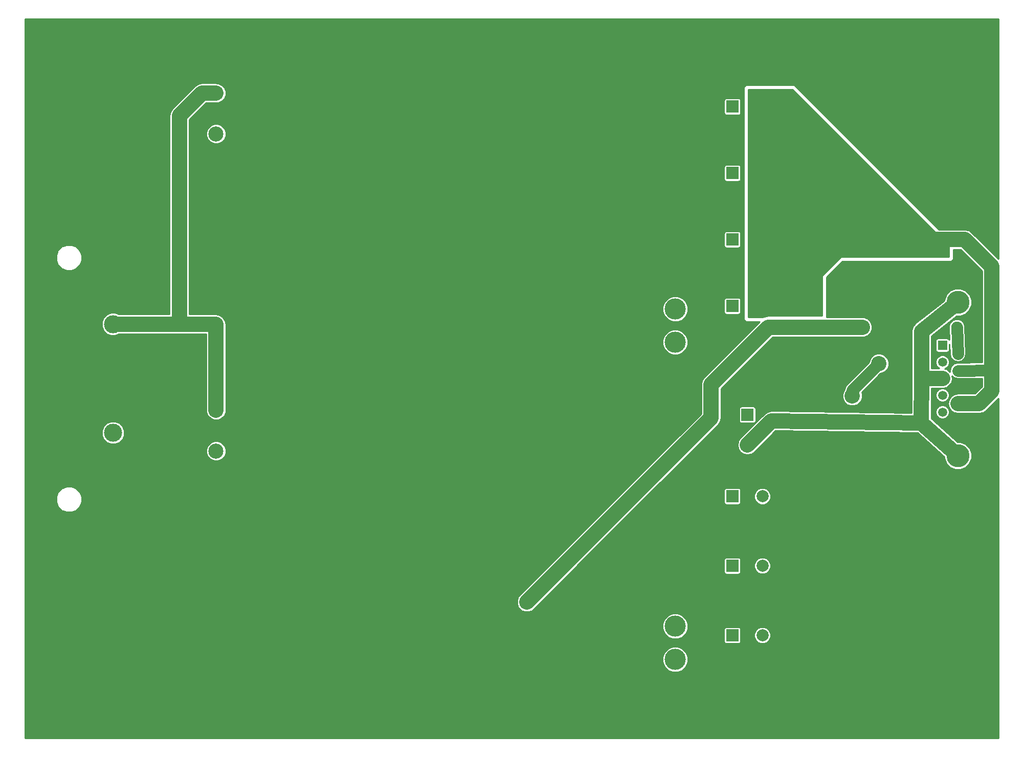
<source format=gtl>
G04 #@! TF.FileFunction,Copper,L1,Top,Signal*
%FSLAX46Y46*%
G04 Gerber Fmt 4.6, Leading zero omitted, Abs format (unit mm)*
G04 Created by KiCad (PCBNEW 4.0.7) date 08/06/18 18:31:33*
%MOMM*%
%LPD*%
G01*
G04 APERTURE LIST*
%ADD10C,0.150000*%
%ADD11C,3.500000*%
%ADD12C,2.500000*%
%ADD13R,2.000000X2.000000*%
%ADD14C,2.000000*%
%ADD15C,3.000000*%
%ADD16C,3.810000*%
%ADD17R,1.520000X1.520000*%
%ADD18C,1.520000*%
%ADD19C,1.905000*%
%ADD20C,2.540000*%
%ADD21C,0.600000*%
%ADD22C,2.540000*%
%ADD23C,1.905000*%
%ADD24C,0.254000*%
G04 APERTURE END LIST*
D10*
D11*
X108060000Y-54000000D03*
D12*
X32060000Y-12750000D03*
X32060000Y-19500000D03*
D11*
X108060000Y-48500000D03*
D13*
X117500000Y-102500000D03*
D14*
X122500000Y-102500000D03*
D13*
X117500000Y-48000000D03*
D14*
X122500000Y-48000000D03*
D13*
X117500000Y-91000000D03*
D14*
X122500000Y-91000000D03*
D13*
X117500000Y-37000000D03*
D14*
X122500000Y-37000000D03*
D13*
X117500000Y-79500000D03*
D14*
X122500000Y-79500000D03*
D13*
X117500000Y-26000000D03*
D14*
X122500000Y-26000000D03*
D13*
X120000000Y-66000000D03*
D14*
X120000000Y-71000000D03*
D13*
X117500000Y-15000000D03*
D14*
X122500000Y-15000000D03*
D11*
X108060000Y-106500000D03*
D12*
X32060000Y-65250000D03*
X32060000Y-72000000D03*
D11*
X108060000Y-101000000D03*
D15*
X15000000Y-69000000D03*
X15000000Y-51000000D03*
X15000000Y-60000000D03*
D16*
X154840000Y-72790000D03*
X154840000Y-47390000D03*
D17*
X152300000Y-54500000D03*
D18*
X152300000Y-57290000D03*
X152300000Y-59960000D03*
X152300000Y-62760000D03*
X152300000Y-65550000D03*
X154840000Y-55900000D03*
X154840000Y-58690000D03*
X154840000Y-61360000D03*
X154840000Y-64150000D03*
D19*
X154680000Y-51500000D03*
D20*
X83500000Y-97000000D03*
X139000000Y-51500000D03*
X137380000Y-62880000D03*
X141770000Y-57530000D03*
X157540000Y-53570000D03*
X158460000Y-68330000D03*
D21*
X153670000Y-118745000D03*
X140970000Y-118745000D03*
X128270000Y-118745000D03*
X115570000Y-118745000D03*
X102870000Y-118745000D03*
X90170000Y-118745000D03*
X77470000Y-118745000D03*
X64770000Y-118745000D03*
X52070000Y-118745000D03*
X39370000Y-118745000D03*
X26670000Y-118745000D03*
X13970000Y-118745000D03*
X1270000Y-118745000D03*
X153670000Y-1270000D03*
X140970000Y-1270000D03*
X128270000Y-1270000D03*
X115570000Y-1270000D03*
X102870000Y-1270000D03*
X90170000Y-1270000D03*
X77470000Y-1270000D03*
X64770000Y-1270000D03*
X52070000Y-1270000D03*
X39370000Y-1270000D03*
X26670000Y-1270000D03*
X13970000Y-1270000D03*
X1270000Y-1270000D03*
D22*
X124000000Y-67000000D02*
X148810000Y-67350000D01*
X148810000Y-67350000D02*
X148830000Y-59960000D01*
X154840000Y-72790000D02*
X148810000Y-67350000D01*
X152300000Y-59960000D02*
X148830000Y-59960000D01*
X148830000Y-52190000D02*
X148830000Y-59960000D01*
X154840000Y-47390000D02*
X148830000Y-52190000D01*
X124000000Y-67000000D02*
X120000000Y-71000000D01*
X160500000Y-58610000D02*
X160500000Y-62000000D01*
X160500000Y-41500000D02*
X160500000Y-58610000D01*
D23*
X154840000Y-58690000D02*
X160500000Y-58610000D01*
D22*
X122500000Y-37000000D02*
X156000000Y-37000000D01*
X158350000Y-64150000D02*
X154840000Y-64150000D01*
X160500000Y-62000000D02*
X158350000Y-64150000D01*
X156000000Y-37000000D02*
X160500000Y-41500000D01*
D23*
X122500000Y-26000000D02*
X122500000Y-15000000D01*
X122500000Y-37000000D02*
X122500000Y-26000000D01*
X122500000Y-48000000D02*
X122500000Y-37000000D01*
X154840000Y-55900000D02*
X154680000Y-51500000D01*
D22*
X83500000Y-97000000D02*
X114000000Y-66500000D01*
X114000000Y-66500000D02*
X114000000Y-61000000D01*
X114000000Y-61000000D02*
X123500000Y-51500000D01*
X123500000Y-51500000D02*
X139000000Y-51500000D01*
D23*
X141770000Y-57530000D02*
X137380000Y-61920000D01*
X137380000Y-61920000D02*
X137380000Y-62880000D01*
D24*
X140970000Y-118745000D02*
X153670000Y-118745000D01*
X128270000Y-118745000D02*
X140970000Y-118745000D01*
X115570000Y-118745000D02*
X128270000Y-118745000D01*
X102870000Y-118745000D02*
X115570000Y-118745000D01*
X90170000Y-118745000D02*
X102870000Y-118745000D01*
X77470000Y-118745000D02*
X90170000Y-118745000D01*
X64770000Y-118745000D02*
X77470000Y-118745000D01*
X52070000Y-118745000D02*
X64770000Y-118745000D01*
X39370000Y-118745000D02*
X52070000Y-118745000D01*
X26670000Y-118745000D02*
X39370000Y-118745000D01*
X13970000Y-118745000D02*
X26670000Y-118745000D01*
X1270000Y-118745000D02*
X13970000Y-118745000D01*
X1905000Y-59690000D02*
X1270000Y-118745000D01*
X15000000Y-60000000D02*
X1905000Y-59690000D01*
X140970000Y-1270000D02*
X153670000Y-1270000D01*
X128270000Y-1270000D02*
X140970000Y-1270000D01*
X115570000Y-1270000D02*
X128270000Y-1270000D01*
X102870000Y-1270000D02*
X115570000Y-1270000D01*
X90170000Y-1270000D02*
X102870000Y-1270000D01*
X77470000Y-1270000D02*
X90170000Y-1270000D01*
X64770000Y-1270000D02*
X77470000Y-1270000D01*
X52070000Y-1270000D02*
X64770000Y-1270000D01*
X39370000Y-1270000D02*
X52070000Y-1270000D01*
X26670000Y-1270000D02*
X39370000Y-1270000D01*
X13970000Y-1270000D02*
X26670000Y-1270000D01*
X1270000Y-1270000D02*
X13970000Y-1270000D01*
X1270000Y-59690000D02*
X1270000Y-1270000D01*
X15000000Y-60000000D02*
X1270000Y-59690000D01*
D23*
X15000000Y-51000000D02*
X16000000Y-51000000D01*
D22*
X32060000Y-12750000D02*
X29750000Y-12750000D01*
X26000000Y-16500000D02*
X26000000Y-51000000D01*
X29750000Y-12750000D02*
X26000000Y-16500000D01*
X16000000Y-51000000D02*
X26000000Y-51000000D01*
X26000000Y-51000000D02*
X32000000Y-51000000D01*
X32060000Y-51060000D02*
X32060000Y-65250000D01*
X32000000Y-51000000D02*
X32060000Y-51060000D01*
D24*
G36*
X161544000Y-40209134D02*
X157167433Y-35832567D01*
X156631811Y-35474675D01*
X156000000Y-35349000D01*
X151747026Y-35349000D01*
X127949013Y-11550987D01*
X127747051Y-11415029D01*
X127500000Y-11365000D01*
X120000000Y-11365000D01*
X119769205Y-11408427D01*
X119557233Y-11544827D01*
X119415029Y-11752949D01*
X119365000Y-12000000D01*
X119365000Y-50000000D01*
X119408427Y-50230795D01*
X119544827Y-50442767D01*
X119752949Y-50584971D01*
X120000000Y-50635000D01*
X122030134Y-50635000D01*
X112832567Y-59832567D01*
X112474675Y-60368189D01*
X112363575Y-60926729D01*
X112349000Y-61000000D01*
X112349000Y-65816133D01*
X82333585Y-95831549D01*
X82101166Y-96063563D01*
X81849287Y-96670155D01*
X81848714Y-97326963D01*
X82099534Y-97933995D01*
X82563563Y-98398834D01*
X83170155Y-98650713D01*
X83826963Y-98651286D01*
X84433995Y-98400466D01*
X84898834Y-97936437D01*
X84899122Y-97935744D01*
X92834866Y-90000000D01*
X116111536Y-90000000D01*
X116111536Y-92000000D01*
X116138103Y-92141190D01*
X116221546Y-92270865D01*
X116348866Y-92357859D01*
X116500000Y-92388464D01*
X118500000Y-92388464D01*
X118641190Y-92361897D01*
X118770865Y-92278454D01*
X118857859Y-92151134D01*
X118888464Y-92000000D01*
X118888464Y-91273493D01*
X121118761Y-91273493D01*
X121328563Y-91781251D01*
X121716705Y-92170072D01*
X122224097Y-92380759D01*
X122773493Y-92381239D01*
X123281251Y-92171437D01*
X123670072Y-91783295D01*
X123880759Y-91275903D01*
X123881239Y-90726507D01*
X123671437Y-90218749D01*
X123283295Y-89829928D01*
X122775903Y-89619241D01*
X122226507Y-89618761D01*
X121718749Y-89828563D01*
X121329928Y-90216705D01*
X121119241Y-90724097D01*
X121118761Y-91273493D01*
X118888464Y-91273493D01*
X118888464Y-90000000D01*
X118861897Y-89858810D01*
X118778454Y-89729135D01*
X118651134Y-89642141D01*
X118500000Y-89611536D01*
X116500000Y-89611536D01*
X116358810Y-89638103D01*
X116229135Y-89721546D01*
X116142141Y-89848866D01*
X116111536Y-90000000D01*
X92834866Y-90000000D01*
X104334866Y-78500000D01*
X116111536Y-78500000D01*
X116111536Y-80500000D01*
X116138103Y-80641190D01*
X116221546Y-80770865D01*
X116348866Y-80857859D01*
X116500000Y-80888464D01*
X118500000Y-80888464D01*
X118641190Y-80861897D01*
X118770865Y-80778454D01*
X118857859Y-80651134D01*
X118888464Y-80500000D01*
X118888464Y-79773493D01*
X121118761Y-79773493D01*
X121328563Y-80281251D01*
X121716705Y-80670072D01*
X122224097Y-80880759D01*
X122773493Y-80881239D01*
X123281251Y-80671437D01*
X123670072Y-80283295D01*
X123880759Y-79775903D01*
X123881239Y-79226507D01*
X123671437Y-78718749D01*
X123283295Y-78329928D01*
X122775903Y-78119241D01*
X122226507Y-78118761D01*
X121718749Y-78328563D01*
X121329928Y-78716705D01*
X121119241Y-79224097D01*
X121118761Y-79773493D01*
X118888464Y-79773493D01*
X118888464Y-78500000D01*
X118861897Y-78358810D01*
X118778454Y-78229135D01*
X118651134Y-78142141D01*
X118500000Y-78111536D01*
X116500000Y-78111536D01*
X116358810Y-78138103D01*
X116229135Y-78221546D01*
X116142141Y-78348866D01*
X116111536Y-78500000D01*
X104334866Y-78500000D01*
X115167434Y-67667433D01*
X115525325Y-67131810D01*
X115651000Y-66500000D01*
X115651000Y-65000000D01*
X118611536Y-65000000D01*
X118611536Y-67000000D01*
X118638103Y-67141190D01*
X118721546Y-67270865D01*
X118848866Y-67357859D01*
X119000000Y-67388464D01*
X121000000Y-67388464D01*
X121141190Y-67361897D01*
X121270865Y-67278454D01*
X121357859Y-67151134D01*
X121388464Y-67000000D01*
X121388464Y-65000000D01*
X121361897Y-64858810D01*
X121278454Y-64729135D01*
X121151134Y-64642141D01*
X121000000Y-64611536D01*
X119000000Y-64611536D01*
X118858810Y-64638103D01*
X118729135Y-64721546D01*
X118642141Y-64848866D01*
X118611536Y-65000000D01*
X115651000Y-65000000D01*
X115651000Y-63206963D01*
X135728714Y-63206963D01*
X135979534Y-63813995D01*
X136443563Y-64278834D01*
X137050155Y-64530713D01*
X137706963Y-64531286D01*
X138313995Y-64280466D01*
X138778834Y-63816437D01*
X139030713Y-63209845D01*
X139031286Y-62553037D01*
X138914781Y-62271073D01*
X142004649Y-59181205D01*
X142096963Y-59181286D01*
X142703995Y-58930466D01*
X143168834Y-58466437D01*
X143420713Y-57859845D01*
X143421286Y-57203037D01*
X143170466Y-56596005D01*
X142706437Y-56131166D01*
X142099845Y-55879287D01*
X141443037Y-55878714D01*
X140836005Y-56129534D01*
X140371166Y-56593563D01*
X140119287Y-57200155D01*
X140119204Y-57294942D01*
X136437073Y-60977073D01*
X136148007Y-61409692D01*
X136056839Y-61868022D01*
X135981166Y-61943563D01*
X135729287Y-62550155D01*
X135728714Y-63206963D01*
X115651000Y-63206963D01*
X115651000Y-61683866D01*
X124183866Y-53151000D01*
X138999132Y-53151000D01*
X139326963Y-53151286D01*
X139933995Y-52900466D01*
X140398834Y-52436437D01*
X140650713Y-51829845D01*
X140651286Y-51173037D01*
X140400466Y-50566005D01*
X139936437Y-50101166D01*
X139329845Y-49849287D01*
X138673037Y-49848714D01*
X138672345Y-49849000D01*
X133135000Y-49849000D01*
X133135000Y-43263026D01*
X135763026Y-40635000D01*
X153500000Y-40635000D01*
X153730795Y-40591573D01*
X153942767Y-40455173D01*
X154084971Y-40247051D01*
X154135000Y-40000000D01*
X154135000Y-38651000D01*
X155316134Y-38651000D01*
X158849000Y-42183866D01*
X158849000Y-57299702D01*
X154821154Y-57356633D01*
X154312331Y-57465342D01*
X153883841Y-57760493D01*
X153600918Y-58197155D01*
X153506633Y-58708846D01*
X153551353Y-58918162D01*
X153467433Y-58792567D01*
X152931810Y-58434675D01*
X152652169Y-58379051D01*
X152945480Y-58257857D01*
X153266729Y-57937169D01*
X153440802Y-57517955D01*
X153441198Y-57064037D01*
X153267857Y-56644520D01*
X152947169Y-56323271D01*
X152527955Y-56149198D01*
X152074037Y-56148802D01*
X151654520Y-56322143D01*
X151333271Y-56642831D01*
X151159198Y-57062045D01*
X151158802Y-57515963D01*
X151332143Y-57935480D01*
X151652831Y-58256729D01*
X151778713Y-58309000D01*
X150481000Y-58309000D01*
X150481000Y-53740000D01*
X151151536Y-53740000D01*
X151151536Y-55260000D01*
X151178103Y-55401190D01*
X151261546Y-55530865D01*
X151388866Y-55617859D01*
X151540000Y-55648464D01*
X153060000Y-55648464D01*
X153201190Y-55621897D01*
X153330865Y-55538454D01*
X153417859Y-55411134D01*
X153448464Y-55260000D01*
X153448464Y-54328242D01*
X153507381Y-55948459D01*
X153627365Y-56454741D01*
X153931961Y-56876570D01*
X154374799Y-57149724D01*
X154888459Y-57232619D01*
X155394741Y-57112635D01*
X155816570Y-56808038D01*
X156089724Y-56365201D01*
X156172619Y-55851541D01*
X156013521Y-51476350D01*
X156013731Y-51235914D01*
X155811146Y-50745620D01*
X155436353Y-50370173D01*
X154946413Y-50166732D01*
X154415914Y-50166269D01*
X153925620Y-50368854D01*
X153550173Y-50743647D01*
X153346732Y-51233587D01*
X153346269Y-51764086D01*
X153356086Y-51787845D01*
X153421949Y-53599088D01*
X153421897Y-53598810D01*
X153338454Y-53469135D01*
X153211134Y-53382141D01*
X153060000Y-53351536D01*
X151540000Y-53351536D01*
X151398810Y-53378103D01*
X151269135Y-53461546D01*
X151182141Y-53588866D01*
X151151536Y-53740000D01*
X150481000Y-53740000D01*
X150481000Y-52984337D01*
X154623550Y-49675812D01*
X155292719Y-49676396D01*
X156133223Y-49329106D01*
X156776846Y-48686605D01*
X157125602Y-47846708D01*
X157126396Y-46937281D01*
X156779106Y-46096777D01*
X156136605Y-45453154D01*
X155296708Y-45104398D01*
X154387281Y-45103604D01*
X153546777Y-45450894D01*
X152903154Y-46093395D01*
X152554398Y-46933292D01*
X152554250Y-47102618D01*
X147799676Y-50899948D01*
X147739799Y-50970962D01*
X147662567Y-51022567D01*
X147533813Y-51215261D01*
X147384424Y-51392436D01*
X147356281Y-51480956D01*
X147304675Y-51558190D01*
X147259462Y-51785491D01*
X147189247Y-52006345D01*
X147197122Y-52098896D01*
X147179000Y-52190000D01*
X147179000Y-59957749D01*
X147163525Y-65675608D01*
X124023289Y-65349164D01*
X124011626Y-65351313D01*
X124000000Y-65349001D01*
X123695315Y-65409606D01*
X123389769Y-65465915D01*
X123379820Y-65472361D01*
X123368189Y-65474675D01*
X123109828Y-65647306D01*
X122849151Y-65816216D01*
X122842426Y-65825979D01*
X122832567Y-65832567D01*
X118832567Y-69832567D01*
X118474675Y-70368189D01*
X118349000Y-71000000D01*
X118474675Y-71631811D01*
X118832567Y-72167433D01*
X119368189Y-72525325D01*
X120000000Y-72651000D01*
X120631811Y-72525325D01*
X121167433Y-72167433D01*
X124674191Y-68660675D01*
X148165428Y-68992071D01*
X152553859Y-72951120D01*
X152553604Y-73242719D01*
X152900894Y-74083223D01*
X153543395Y-74726846D01*
X154383292Y-75075602D01*
X155292719Y-75076396D01*
X156133223Y-74729106D01*
X156776846Y-74086605D01*
X157125602Y-73246708D01*
X157126396Y-72337281D01*
X156779106Y-71496777D01*
X156136605Y-70853154D01*
X155296708Y-70504398D01*
X154770737Y-70503939D01*
X150462988Y-66617677D01*
X150465266Y-65775963D01*
X151158802Y-65775963D01*
X151332143Y-66195480D01*
X151652831Y-66516729D01*
X152072045Y-66690802D01*
X152525963Y-66691198D01*
X152945480Y-66517857D01*
X153266729Y-66197169D01*
X153440802Y-65777955D01*
X153441198Y-65324037D01*
X153267857Y-64904520D01*
X152947169Y-64583271D01*
X152527955Y-64409198D01*
X152074037Y-64408802D01*
X151654520Y-64582143D01*
X151333271Y-64902831D01*
X151159198Y-65322045D01*
X151158802Y-65775963D01*
X150465266Y-65775963D01*
X150472816Y-62985963D01*
X151158802Y-62985963D01*
X151332143Y-63405480D01*
X151652831Y-63726729D01*
X152072045Y-63900802D01*
X152525963Y-63901198D01*
X152945480Y-63727857D01*
X153266729Y-63407169D01*
X153440802Y-62987955D01*
X153441198Y-62534037D01*
X153267857Y-62114520D01*
X152947169Y-61793271D01*
X152527955Y-61619198D01*
X152074037Y-61618802D01*
X151654520Y-61792143D01*
X151333271Y-62112831D01*
X151159198Y-62532045D01*
X151158802Y-62985963D01*
X150472816Y-62985963D01*
X150476538Y-61611000D01*
X152300000Y-61611000D01*
X152931810Y-61485325D01*
X153467433Y-61127433D01*
X153825325Y-60591810D01*
X153951000Y-59960000D01*
X153879673Y-59601416D01*
X153910493Y-59646159D01*
X154347155Y-59929082D01*
X154858846Y-60023367D01*
X158849000Y-59966969D01*
X158849000Y-61316134D01*
X157666134Y-62499000D01*
X154840000Y-62499000D01*
X154208190Y-62624675D01*
X153672567Y-62982567D01*
X153314675Y-63518190D01*
X153189000Y-64150000D01*
X153314675Y-64781810D01*
X153672567Y-65317433D01*
X154208190Y-65675325D01*
X154840000Y-65801000D01*
X158350000Y-65801000D01*
X158981811Y-65675325D01*
X159517433Y-65317433D01*
X161544000Y-63290866D01*
X161544000Y-119544000D01*
X456000Y-119544000D01*
X456000Y-106922022D01*
X105928631Y-106922022D01*
X106252373Y-107705538D01*
X106851309Y-108305521D01*
X107634258Y-108630630D01*
X108482022Y-108631369D01*
X109265538Y-108307627D01*
X109865521Y-107708691D01*
X110190630Y-106925742D01*
X110191369Y-106077978D01*
X109867627Y-105294462D01*
X109268691Y-104694479D01*
X108485742Y-104369370D01*
X107637978Y-104368631D01*
X106854462Y-104692373D01*
X106254479Y-105291309D01*
X105929370Y-106074258D01*
X105928631Y-106922022D01*
X456000Y-106922022D01*
X456000Y-101422022D01*
X105928631Y-101422022D01*
X106252373Y-102205538D01*
X106851309Y-102805521D01*
X107634258Y-103130630D01*
X108482022Y-103131369D01*
X109265538Y-102807627D01*
X109865521Y-102208691D01*
X110159795Y-101500000D01*
X116111536Y-101500000D01*
X116111536Y-103500000D01*
X116138103Y-103641190D01*
X116221546Y-103770865D01*
X116348866Y-103857859D01*
X116500000Y-103888464D01*
X118500000Y-103888464D01*
X118641190Y-103861897D01*
X118770865Y-103778454D01*
X118857859Y-103651134D01*
X118888464Y-103500000D01*
X118888464Y-102773493D01*
X121118761Y-102773493D01*
X121328563Y-103281251D01*
X121716705Y-103670072D01*
X122224097Y-103880759D01*
X122773493Y-103881239D01*
X123281251Y-103671437D01*
X123670072Y-103283295D01*
X123880759Y-102775903D01*
X123881239Y-102226507D01*
X123671437Y-101718749D01*
X123283295Y-101329928D01*
X122775903Y-101119241D01*
X122226507Y-101118761D01*
X121718749Y-101328563D01*
X121329928Y-101716705D01*
X121119241Y-102224097D01*
X121118761Y-102773493D01*
X118888464Y-102773493D01*
X118888464Y-101500000D01*
X118861897Y-101358810D01*
X118778454Y-101229135D01*
X118651134Y-101142141D01*
X118500000Y-101111536D01*
X116500000Y-101111536D01*
X116358810Y-101138103D01*
X116229135Y-101221546D01*
X116142141Y-101348866D01*
X116111536Y-101500000D01*
X110159795Y-101500000D01*
X110190630Y-101425742D01*
X110191369Y-100577978D01*
X109867627Y-99794462D01*
X109268691Y-99194479D01*
X108485742Y-98869370D01*
X107637978Y-98868631D01*
X106854462Y-99192373D01*
X106254479Y-99791309D01*
X105929370Y-100574258D01*
X105928631Y-101422022D01*
X456000Y-101422022D01*
X456000Y-80422022D01*
X5568631Y-80422022D01*
X5892373Y-81205538D01*
X6491309Y-81805521D01*
X7274258Y-82130630D01*
X8122022Y-82131369D01*
X8905538Y-81807627D01*
X9505521Y-81208691D01*
X9830630Y-80425742D01*
X9831369Y-79577978D01*
X9507627Y-78794462D01*
X8908691Y-78194479D01*
X8125742Y-77869370D01*
X7277978Y-77868631D01*
X6494462Y-78192373D01*
X5894479Y-78791309D01*
X5569370Y-79574258D01*
X5568631Y-80422022D01*
X456000Y-80422022D01*
X456000Y-72323003D01*
X30428718Y-72323003D01*
X30676499Y-72922680D01*
X31134907Y-73381888D01*
X31734151Y-73630716D01*
X32383003Y-73631282D01*
X32982680Y-73383501D01*
X33441888Y-72925093D01*
X33690716Y-72325849D01*
X33691282Y-71676997D01*
X33443501Y-71077320D01*
X32985093Y-70618112D01*
X32385849Y-70369284D01*
X31736997Y-70368718D01*
X31137320Y-70616499D01*
X30678112Y-71074907D01*
X30429284Y-71674151D01*
X30428718Y-72323003D01*
X456000Y-72323003D01*
X456000Y-69372513D01*
X13118674Y-69372513D01*
X13404436Y-70064109D01*
X13933108Y-70593704D01*
X14624204Y-70880673D01*
X15372513Y-70881326D01*
X16064109Y-70595564D01*
X16593704Y-70066892D01*
X16880673Y-69375796D01*
X16881326Y-68627487D01*
X16595564Y-67935891D01*
X16066892Y-67406296D01*
X15375796Y-67119327D01*
X14627487Y-67118674D01*
X13935891Y-67404436D01*
X13406296Y-67933108D01*
X13119327Y-68624204D01*
X13118674Y-69372513D01*
X456000Y-69372513D01*
X456000Y-51372513D01*
X13118674Y-51372513D01*
X13404436Y-52064109D01*
X13933108Y-52593704D01*
X14624204Y-52880673D01*
X15372513Y-52881326D01*
X15952710Y-52641593D01*
X16000000Y-52651000D01*
X30409000Y-52651000D01*
X30409000Y-65250000D01*
X30428912Y-65350106D01*
X30428718Y-65573003D01*
X30514588Y-65780823D01*
X30534675Y-65881810D01*
X30591379Y-65966674D01*
X30676499Y-66172680D01*
X30835363Y-66331821D01*
X30892567Y-66417433D01*
X30977431Y-66474138D01*
X31134907Y-66631888D01*
X31342577Y-66718120D01*
X31428190Y-66775325D01*
X31528295Y-66795237D01*
X31734151Y-66880716D01*
X31959012Y-66880912D01*
X32060000Y-66901000D01*
X32160106Y-66881088D01*
X32383003Y-66881282D01*
X32590823Y-66795412D01*
X32691810Y-66775325D01*
X32776674Y-66718621D01*
X32982680Y-66633501D01*
X33141821Y-66474637D01*
X33227433Y-66417433D01*
X33284138Y-66332569D01*
X33441888Y-66175093D01*
X33528120Y-65967423D01*
X33585325Y-65881810D01*
X33605237Y-65781705D01*
X33690716Y-65575849D01*
X33690912Y-65350988D01*
X33711000Y-65250000D01*
X33711000Y-54422022D01*
X105928631Y-54422022D01*
X106252373Y-55205538D01*
X106851309Y-55805521D01*
X107634258Y-56130630D01*
X108482022Y-56131369D01*
X109265538Y-55807627D01*
X109865521Y-55208691D01*
X110190630Y-54425742D01*
X110191369Y-53577978D01*
X109867627Y-52794462D01*
X109268691Y-52194479D01*
X108485742Y-51869370D01*
X107637978Y-51868631D01*
X106854462Y-52192373D01*
X106254479Y-52791309D01*
X105929370Y-53574258D01*
X105928631Y-54422022D01*
X33711000Y-54422022D01*
X33711000Y-51060000D01*
X33585325Y-50428190D01*
X33227433Y-49892567D01*
X33167433Y-49832567D01*
X32631811Y-49474675D01*
X32000000Y-49349000D01*
X27651000Y-49349000D01*
X27651000Y-48922022D01*
X105928631Y-48922022D01*
X106252373Y-49705538D01*
X106851309Y-50305521D01*
X107634258Y-50630630D01*
X108482022Y-50631369D01*
X109265538Y-50307627D01*
X109865521Y-49708691D01*
X110190630Y-48925742D01*
X110191369Y-48077978D01*
X109867627Y-47294462D01*
X109573679Y-47000000D01*
X116111536Y-47000000D01*
X116111536Y-49000000D01*
X116138103Y-49141190D01*
X116221546Y-49270865D01*
X116348866Y-49357859D01*
X116500000Y-49388464D01*
X118500000Y-49388464D01*
X118641190Y-49361897D01*
X118770865Y-49278454D01*
X118857859Y-49151134D01*
X118888464Y-49000000D01*
X118888464Y-47000000D01*
X118861897Y-46858810D01*
X118778454Y-46729135D01*
X118651134Y-46642141D01*
X118500000Y-46611536D01*
X116500000Y-46611536D01*
X116358810Y-46638103D01*
X116229135Y-46721546D01*
X116142141Y-46848866D01*
X116111536Y-47000000D01*
X109573679Y-47000000D01*
X109268691Y-46694479D01*
X108485742Y-46369370D01*
X107637978Y-46368631D01*
X106854462Y-46692373D01*
X106254479Y-47291309D01*
X105929370Y-48074258D01*
X105928631Y-48922022D01*
X27651000Y-48922022D01*
X27651000Y-36000000D01*
X116111536Y-36000000D01*
X116111536Y-38000000D01*
X116138103Y-38141190D01*
X116221546Y-38270865D01*
X116348866Y-38357859D01*
X116500000Y-38388464D01*
X118500000Y-38388464D01*
X118641190Y-38361897D01*
X118770865Y-38278454D01*
X118857859Y-38151134D01*
X118888464Y-38000000D01*
X118888464Y-36000000D01*
X118861897Y-35858810D01*
X118778454Y-35729135D01*
X118651134Y-35642141D01*
X118500000Y-35611536D01*
X116500000Y-35611536D01*
X116358810Y-35638103D01*
X116229135Y-35721546D01*
X116142141Y-35848866D01*
X116111536Y-36000000D01*
X27651000Y-36000000D01*
X27651000Y-25000000D01*
X116111536Y-25000000D01*
X116111536Y-27000000D01*
X116138103Y-27141190D01*
X116221546Y-27270865D01*
X116348866Y-27357859D01*
X116500000Y-27388464D01*
X118500000Y-27388464D01*
X118641190Y-27361897D01*
X118770865Y-27278454D01*
X118857859Y-27151134D01*
X118888464Y-27000000D01*
X118888464Y-25000000D01*
X118861897Y-24858810D01*
X118778454Y-24729135D01*
X118651134Y-24642141D01*
X118500000Y-24611536D01*
X116500000Y-24611536D01*
X116358810Y-24638103D01*
X116229135Y-24721546D01*
X116142141Y-24848866D01*
X116111536Y-25000000D01*
X27651000Y-25000000D01*
X27651000Y-19823003D01*
X30428718Y-19823003D01*
X30676499Y-20422680D01*
X31134907Y-20881888D01*
X31734151Y-21130716D01*
X32383003Y-21131282D01*
X32982680Y-20883501D01*
X33441888Y-20425093D01*
X33690716Y-19825849D01*
X33691282Y-19176997D01*
X33443501Y-18577320D01*
X32985093Y-18118112D01*
X32385849Y-17869284D01*
X31736997Y-17868718D01*
X31137320Y-18116499D01*
X30678112Y-18574907D01*
X30429284Y-19174151D01*
X30428718Y-19823003D01*
X27651000Y-19823003D01*
X27651000Y-17183866D01*
X30433866Y-14401000D01*
X32060000Y-14401000D01*
X32160106Y-14381088D01*
X32383003Y-14381282D01*
X32590823Y-14295412D01*
X32691810Y-14275325D01*
X32776674Y-14218621D01*
X32982680Y-14133501D01*
X33116413Y-14000000D01*
X116111536Y-14000000D01*
X116111536Y-16000000D01*
X116138103Y-16141190D01*
X116221546Y-16270865D01*
X116348866Y-16357859D01*
X116500000Y-16388464D01*
X118500000Y-16388464D01*
X118641190Y-16361897D01*
X118770865Y-16278454D01*
X118857859Y-16151134D01*
X118888464Y-16000000D01*
X118888464Y-14000000D01*
X118861897Y-13858810D01*
X118778454Y-13729135D01*
X118651134Y-13642141D01*
X118500000Y-13611536D01*
X116500000Y-13611536D01*
X116358810Y-13638103D01*
X116229135Y-13721546D01*
X116142141Y-13848866D01*
X116111536Y-14000000D01*
X33116413Y-14000000D01*
X33141821Y-13974637D01*
X33227433Y-13917433D01*
X33284138Y-13832569D01*
X33441888Y-13675093D01*
X33528120Y-13467423D01*
X33585325Y-13381810D01*
X33605237Y-13281705D01*
X33690716Y-13075849D01*
X33690912Y-12850988D01*
X33711000Y-12750000D01*
X33691088Y-12649894D01*
X33691282Y-12426997D01*
X33605412Y-12219177D01*
X33585325Y-12118190D01*
X33528621Y-12033326D01*
X33443501Y-11827320D01*
X33284637Y-11668179D01*
X33227433Y-11582567D01*
X33142569Y-11525862D01*
X32985093Y-11368112D01*
X32777423Y-11281880D01*
X32691810Y-11224675D01*
X32591705Y-11204763D01*
X32385849Y-11119284D01*
X32160988Y-11119088D01*
X32060000Y-11099000D01*
X29750000Y-11099000D01*
X29118190Y-11224675D01*
X28582567Y-11582567D01*
X24832567Y-15332567D01*
X24474675Y-15868189D01*
X24474675Y-15868190D01*
X24349000Y-16500000D01*
X24349000Y-49349000D01*
X16000000Y-49349000D01*
X15951934Y-49358561D01*
X15375796Y-49119327D01*
X14627487Y-49118674D01*
X13935891Y-49404436D01*
X13406296Y-49933108D01*
X13119327Y-50624204D01*
X13118674Y-51372513D01*
X456000Y-51372513D01*
X456000Y-40422022D01*
X5568631Y-40422022D01*
X5892373Y-41205538D01*
X6491309Y-41805521D01*
X7274258Y-42130630D01*
X8122022Y-42131369D01*
X8905538Y-41807627D01*
X9505521Y-41208691D01*
X9830630Y-40425742D01*
X9831369Y-39577978D01*
X9507627Y-38794462D01*
X8908691Y-38194479D01*
X8125742Y-37869370D01*
X7277978Y-37868631D01*
X6494462Y-38192373D01*
X5894479Y-38791309D01*
X5569370Y-39574258D01*
X5568631Y-40422022D01*
X456000Y-40422022D01*
X456000Y-456000D01*
X161544000Y-456000D01*
X161544000Y-40209134D01*
X161544000Y-40209134D01*
G37*
X161544000Y-40209134D02*
X157167433Y-35832567D01*
X156631811Y-35474675D01*
X156000000Y-35349000D01*
X151747026Y-35349000D01*
X127949013Y-11550987D01*
X127747051Y-11415029D01*
X127500000Y-11365000D01*
X120000000Y-11365000D01*
X119769205Y-11408427D01*
X119557233Y-11544827D01*
X119415029Y-11752949D01*
X119365000Y-12000000D01*
X119365000Y-50000000D01*
X119408427Y-50230795D01*
X119544827Y-50442767D01*
X119752949Y-50584971D01*
X120000000Y-50635000D01*
X122030134Y-50635000D01*
X112832567Y-59832567D01*
X112474675Y-60368189D01*
X112363575Y-60926729D01*
X112349000Y-61000000D01*
X112349000Y-65816133D01*
X82333585Y-95831549D01*
X82101166Y-96063563D01*
X81849287Y-96670155D01*
X81848714Y-97326963D01*
X82099534Y-97933995D01*
X82563563Y-98398834D01*
X83170155Y-98650713D01*
X83826963Y-98651286D01*
X84433995Y-98400466D01*
X84898834Y-97936437D01*
X84899122Y-97935744D01*
X92834866Y-90000000D01*
X116111536Y-90000000D01*
X116111536Y-92000000D01*
X116138103Y-92141190D01*
X116221546Y-92270865D01*
X116348866Y-92357859D01*
X116500000Y-92388464D01*
X118500000Y-92388464D01*
X118641190Y-92361897D01*
X118770865Y-92278454D01*
X118857859Y-92151134D01*
X118888464Y-92000000D01*
X118888464Y-91273493D01*
X121118761Y-91273493D01*
X121328563Y-91781251D01*
X121716705Y-92170072D01*
X122224097Y-92380759D01*
X122773493Y-92381239D01*
X123281251Y-92171437D01*
X123670072Y-91783295D01*
X123880759Y-91275903D01*
X123881239Y-90726507D01*
X123671437Y-90218749D01*
X123283295Y-89829928D01*
X122775903Y-89619241D01*
X122226507Y-89618761D01*
X121718749Y-89828563D01*
X121329928Y-90216705D01*
X121119241Y-90724097D01*
X121118761Y-91273493D01*
X118888464Y-91273493D01*
X118888464Y-90000000D01*
X118861897Y-89858810D01*
X118778454Y-89729135D01*
X118651134Y-89642141D01*
X118500000Y-89611536D01*
X116500000Y-89611536D01*
X116358810Y-89638103D01*
X116229135Y-89721546D01*
X116142141Y-89848866D01*
X116111536Y-90000000D01*
X92834866Y-90000000D01*
X104334866Y-78500000D01*
X116111536Y-78500000D01*
X116111536Y-80500000D01*
X116138103Y-80641190D01*
X116221546Y-80770865D01*
X116348866Y-80857859D01*
X116500000Y-80888464D01*
X118500000Y-80888464D01*
X118641190Y-80861897D01*
X118770865Y-80778454D01*
X118857859Y-80651134D01*
X118888464Y-80500000D01*
X118888464Y-79773493D01*
X121118761Y-79773493D01*
X121328563Y-80281251D01*
X121716705Y-80670072D01*
X122224097Y-80880759D01*
X122773493Y-80881239D01*
X123281251Y-80671437D01*
X123670072Y-80283295D01*
X123880759Y-79775903D01*
X123881239Y-79226507D01*
X123671437Y-78718749D01*
X123283295Y-78329928D01*
X122775903Y-78119241D01*
X122226507Y-78118761D01*
X121718749Y-78328563D01*
X121329928Y-78716705D01*
X121119241Y-79224097D01*
X121118761Y-79773493D01*
X118888464Y-79773493D01*
X118888464Y-78500000D01*
X118861897Y-78358810D01*
X118778454Y-78229135D01*
X118651134Y-78142141D01*
X118500000Y-78111536D01*
X116500000Y-78111536D01*
X116358810Y-78138103D01*
X116229135Y-78221546D01*
X116142141Y-78348866D01*
X116111536Y-78500000D01*
X104334866Y-78500000D01*
X115167434Y-67667433D01*
X115525325Y-67131810D01*
X115651000Y-66500000D01*
X115651000Y-65000000D01*
X118611536Y-65000000D01*
X118611536Y-67000000D01*
X118638103Y-67141190D01*
X118721546Y-67270865D01*
X118848866Y-67357859D01*
X119000000Y-67388464D01*
X121000000Y-67388464D01*
X121141190Y-67361897D01*
X121270865Y-67278454D01*
X121357859Y-67151134D01*
X121388464Y-67000000D01*
X121388464Y-65000000D01*
X121361897Y-64858810D01*
X121278454Y-64729135D01*
X121151134Y-64642141D01*
X121000000Y-64611536D01*
X119000000Y-64611536D01*
X118858810Y-64638103D01*
X118729135Y-64721546D01*
X118642141Y-64848866D01*
X118611536Y-65000000D01*
X115651000Y-65000000D01*
X115651000Y-63206963D01*
X135728714Y-63206963D01*
X135979534Y-63813995D01*
X136443563Y-64278834D01*
X137050155Y-64530713D01*
X137706963Y-64531286D01*
X138313995Y-64280466D01*
X138778834Y-63816437D01*
X139030713Y-63209845D01*
X139031286Y-62553037D01*
X138914781Y-62271073D01*
X142004649Y-59181205D01*
X142096963Y-59181286D01*
X142703995Y-58930466D01*
X143168834Y-58466437D01*
X143420713Y-57859845D01*
X143421286Y-57203037D01*
X143170466Y-56596005D01*
X142706437Y-56131166D01*
X142099845Y-55879287D01*
X141443037Y-55878714D01*
X140836005Y-56129534D01*
X140371166Y-56593563D01*
X140119287Y-57200155D01*
X140119204Y-57294942D01*
X136437073Y-60977073D01*
X136148007Y-61409692D01*
X136056839Y-61868022D01*
X135981166Y-61943563D01*
X135729287Y-62550155D01*
X135728714Y-63206963D01*
X115651000Y-63206963D01*
X115651000Y-61683866D01*
X124183866Y-53151000D01*
X138999132Y-53151000D01*
X139326963Y-53151286D01*
X139933995Y-52900466D01*
X140398834Y-52436437D01*
X140650713Y-51829845D01*
X140651286Y-51173037D01*
X140400466Y-50566005D01*
X139936437Y-50101166D01*
X139329845Y-49849287D01*
X138673037Y-49848714D01*
X138672345Y-49849000D01*
X133135000Y-49849000D01*
X133135000Y-43263026D01*
X135763026Y-40635000D01*
X153500000Y-40635000D01*
X153730795Y-40591573D01*
X153942767Y-40455173D01*
X154084971Y-40247051D01*
X154135000Y-40000000D01*
X154135000Y-38651000D01*
X155316134Y-38651000D01*
X158849000Y-42183866D01*
X158849000Y-57299702D01*
X154821154Y-57356633D01*
X154312331Y-57465342D01*
X153883841Y-57760493D01*
X153600918Y-58197155D01*
X153506633Y-58708846D01*
X153551353Y-58918162D01*
X153467433Y-58792567D01*
X152931810Y-58434675D01*
X152652169Y-58379051D01*
X152945480Y-58257857D01*
X153266729Y-57937169D01*
X153440802Y-57517955D01*
X153441198Y-57064037D01*
X153267857Y-56644520D01*
X152947169Y-56323271D01*
X152527955Y-56149198D01*
X152074037Y-56148802D01*
X151654520Y-56322143D01*
X151333271Y-56642831D01*
X151159198Y-57062045D01*
X151158802Y-57515963D01*
X151332143Y-57935480D01*
X151652831Y-58256729D01*
X151778713Y-58309000D01*
X150481000Y-58309000D01*
X150481000Y-53740000D01*
X151151536Y-53740000D01*
X151151536Y-55260000D01*
X151178103Y-55401190D01*
X151261546Y-55530865D01*
X151388866Y-55617859D01*
X151540000Y-55648464D01*
X153060000Y-55648464D01*
X153201190Y-55621897D01*
X153330865Y-55538454D01*
X153417859Y-55411134D01*
X153448464Y-55260000D01*
X153448464Y-54328242D01*
X153507381Y-55948459D01*
X153627365Y-56454741D01*
X153931961Y-56876570D01*
X154374799Y-57149724D01*
X154888459Y-57232619D01*
X155394741Y-57112635D01*
X155816570Y-56808038D01*
X156089724Y-56365201D01*
X156172619Y-55851541D01*
X156013521Y-51476350D01*
X156013731Y-51235914D01*
X155811146Y-50745620D01*
X155436353Y-50370173D01*
X154946413Y-50166732D01*
X154415914Y-50166269D01*
X153925620Y-50368854D01*
X153550173Y-50743647D01*
X153346732Y-51233587D01*
X153346269Y-51764086D01*
X153356086Y-51787845D01*
X153421949Y-53599088D01*
X153421897Y-53598810D01*
X153338454Y-53469135D01*
X153211134Y-53382141D01*
X153060000Y-53351536D01*
X151540000Y-53351536D01*
X151398810Y-53378103D01*
X151269135Y-53461546D01*
X151182141Y-53588866D01*
X151151536Y-53740000D01*
X150481000Y-53740000D01*
X150481000Y-52984337D01*
X154623550Y-49675812D01*
X155292719Y-49676396D01*
X156133223Y-49329106D01*
X156776846Y-48686605D01*
X157125602Y-47846708D01*
X157126396Y-46937281D01*
X156779106Y-46096777D01*
X156136605Y-45453154D01*
X155296708Y-45104398D01*
X154387281Y-45103604D01*
X153546777Y-45450894D01*
X152903154Y-46093395D01*
X152554398Y-46933292D01*
X152554250Y-47102618D01*
X147799676Y-50899948D01*
X147739799Y-50970962D01*
X147662567Y-51022567D01*
X147533813Y-51215261D01*
X147384424Y-51392436D01*
X147356281Y-51480956D01*
X147304675Y-51558190D01*
X147259462Y-51785491D01*
X147189247Y-52006345D01*
X147197122Y-52098896D01*
X147179000Y-52190000D01*
X147179000Y-59957749D01*
X147163525Y-65675608D01*
X124023289Y-65349164D01*
X124011626Y-65351313D01*
X124000000Y-65349001D01*
X123695315Y-65409606D01*
X123389769Y-65465915D01*
X123379820Y-65472361D01*
X123368189Y-65474675D01*
X123109828Y-65647306D01*
X122849151Y-65816216D01*
X122842426Y-65825979D01*
X122832567Y-65832567D01*
X118832567Y-69832567D01*
X118474675Y-70368189D01*
X118349000Y-71000000D01*
X118474675Y-71631811D01*
X118832567Y-72167433D01*
X119368189Y-72525325D01*
X120000000Y-72651000D01*
X120631811Y-72525325D01*
X121167433Y-72167433D01*
X124674191Y-68660675D01*
X148165428Y-68992071D01*
X152553859Y-72951120D01*
X152553604Y-73242719D01*
X152900894Y-74083223D01*
X153543395Y-74726846D01*
X154383292Y-75075602D01*
X155292719Y-75076396D01*
X156133223Y-74729106D01*
X156776846Y-74086605D01*
X157125602Y-73246708D01*
X157126396Y-72337281D01*
X156779106Y-71496777D01*
X156136605Y-70853154D01*
X155296708Y-70504398D01*
X154770737Y-70503939D01*
X150462988Y-66617677D01*
X150465266Y-65775963D01*
X151158802Y-65775963D01*
X151332143Y-66195480D01*
X151652831Y-66516729D01*
X152072045Y-66690802D01*
X152525963Y-66691198D01*
X152945480Y-66517857D01*
X153266729Y-66197169D01*
X153440802Y-65777955D01*
X153441198Y-65324037D01*
X153267857Y-64904520D01*
X152947169Y-64583271D01*
X152527955Y-64409198D01*
X152074037Y-64408802D01*
X151654520Y-64582143D01*
X151333271Y-64902831D01*
X151159198Y-65322045D01*
X151158802Y-65775963D01*
X150465266Y-65775963D01*
X150472816Y-62985963D01*
X151158802Y-62985963D01*
X151332143Y-63405480D01*
X151652831Y-63726729D01*
X152072045Y-63900802D01*
X152525963Y-63901198D01*
X152945480Y-63727857D01*
X153266729Y-63407169D01*
X153440802Y-62987955D01*
X153441198Y-62534037D01*
X153267857Y-62114520D01*
X152947169Y-61793271D01*
X152527955Y-61619198D01*
X152074037Y-61618802D01*
X151654520Y-61792143D01*
X151333271Y-62112831D01*
X151159198Y-62532045D01*
X151158802Y-62985963D01*
X150472816Y-62985963D01*
X150476538Y-61611000D01*
X152300000Y-61611000D01*
X152931810Y-61485325D01*
X153467433Y-61127433D01*
X153825325Y-60591810D01*
X153951000Y-59960000D01*
X153879673Y-59601416D01*
X153910493Y-59646159D01*
X154347155Y-59929082D01*
X154858846Y-60023367D01*
X158849000Y-59966969D01*
X158849000Y-61316134D01*
X157666134Y-62499000D01*
X154840000Y-62499000D01*
X154208190Y-62624675D01*
X153672567Y-62982567D01*
X153314675Y-63518190D01*
X153189000Y-64150000D01*
X153314675Y-64781810D01*
X153672567Y-65317433D01*
X154208190Y-65675325D01*
X154840000Y-65801000D01*
X158350000Y-65801000D01*
X158981811Y-65675325D01*
X159517433Y-65317433D01*
X161544000Y-63290866D01*
X161544000Y-119544000D01*
X456000Y-119544000D01*
X456000Y-106922022D01*
X105928631Y-106922022D01*
X106252373Y-107705538D01*
X106851309Y-108305521D01*
X107634258Y-108630630D01*
X108482022Y-108631369D01*
X109265538Y-108307627D01*
X109865521Y-107708691D01*
X110190630Y-106925742D01*
X110191369Y-106077978D01*
X109867627Y-105294462D01*
X109268691Y-104694479D01*
X108485742Y-104369370D01*
X107637978Y-104368631D01*
X106854462Y-104692373D01*
X106254479Y-105291309D01*
X105929370Y-106074258D01*
X105928631Y-106922022D01*
X456000Y-106922022D01*
X456000Y-101422022D01*
X105928631Y-101422022D01*
X106252373Y-102205538D01*
X106851309Y-102805521D01*
X107634258Y-103130630D01*
X108482022Y-103131369D01*
X109265538Y-102807627D01*
X109865521Y-102208691D01*
X110159795Y-101500000D01*
X116111536Y-101500000D01*
X116111536Y-103500000D01*
X116138103Y-103641190D01*
X116221546Y-103770865D01*
X116348866Y-103857859D01*
X116500000Y-103888464D01*
X118500000Y-103888464D01*
X118641190Y-103861897D01*
X118770865Y-103778454D01*
X118857859Y-103651134D01*
X118888464Y-103500000D01*
X118888464Y-102773493D01*
X121118761Y-102773493D01*
X121328563Y-103281251D01*
X121716705Y-103670072D01*
X122224097Y-103880759D01*
X122773493Y-103881239D01*
X123281251Y-103671437D01*
X123670072Y-103283295D01*
X123880759Y-102775903D01*
X123881239Y-102226507D01*
X123671437Y-101718749D01*
X123283295Y-101329928D01*
X122775903Y-101119241D01*
X122226507Y-101118761D01*
X121718749Y-101328563D01*
X121329928Y-101716705D01*
X121119241Y-102224097D01*
X121118761Y-102773493D01*
X118888464Y-102773493D01*
X118888464Y-101500000D01*
X118861897Y-101358810D01*
X118778454Y-101229135D01*
X118651134Y-101142141D01*
X118500000Y-101111536D01*
X116500000Y-101111536D01*
X116358810Y-101138103D01*
X116229135Y-101221546D01*
X116142141Y-101348866D01*
X116111536Y-101500000D01*
X110159795Y-101500000D01*
X110190630Y-101425742D01*
X110191369Y-100577978D01*
X109867627Y-99794462D01*
X109268691Y-99194479D01*
X108485742Y-98869370D01*
X107637978Y-98868631D01*
X106854462Y-99192373D01*
X106254479Y-99791309D01*
X105929370Y-100574258D01*
X105928631Y-101422022D01*
X456000Y-101422022D01*
X456000Y-80422022D01*
X5568631Y-80422022D01*
X5892373Y-81205538D01*
X6491309Y-81805521D01*
X7274258Y-82130630D01*
X8122022Y-82131369D01*
X8905538Y-81807627D01*
X9505521Y-81208691D01*
X9830630Y-80425742D01*
X9831369Y-79577978D01*
X9507627Y-78794462D01*
X8908691Y-78194479D01*
X8125742Y-77869370D01*
X7277978Y-77868631D01*
X6494462Y-78192373D01*
X5894479Y-78791309D01*
X5569370Y-79574258D01*
X5568631Y-80422022D01*
X456000Y-80422022D01*
X456000Y-72323003D01*
X30428718Y-72323003D01*
X30676499Y-72922680D01*
X31134907Y-73381888D01*
X31734151Y-73630716D01*
X32383003Y-73631282D01*
X32982680Y-73383501D01*
X33441888Y-72925093D01*
X33690716Y-72325849D01*
X33691282Y-71676997D01*
X33443501Y-71077320D01*
X32985093Y-70618112D01*
X32385849Y-70369284D01*
X31736997Y-70368718D01*
X31137320Y-70616499D01*
X30678112Y-71074907D01*
X30429284Y-71674151D01*
X30428718Y-72323003D01*
X456000Y-72323003D01*
X456000Y-69372513D01*
X13118674Y-69372513D01*
X13404436Y-70064109D01*
X13933108Y-70593704D01*
X14624204Y-70880673D01*
X15372513Y-70881326D01*
X16064109Y-70595564D01*
X16593704Y-70066892D01*
X16880673Y-69375796D01*
X16881326Y-68627487D01*
X16595564Y-67935891D01*
X16066892Y-67406296D01*
X15375796Y-67119327D01*
X14627487Y-67118674D01*
X13935891Y-67404436D01*
X13406296Y-67933108D01*
X13119327Y-68624204D01*
X13118674Y-69372513D01*
X456000Y-69372513D01*
X456000Y-51372513D01*
X13118674Y-51372513D01*
X13404436Y-52064109D01*
X13933108Y-52593704D01*
X14624204Y-52880673D01*
X15372513Y-52881326D01*
X15952710Y-52641593D01*
X16000000Y-52651000D01*
X30409000Y-52651000D01*
X30409000Y-65250000D01*
X30428912Y-65350106D01*
X30428718Y-65573003D01*
X30514588Y-65780823D01*
X30534675Y-65881810D01*
X30591379Y-65966674D01*
X30676499Y-66172680D01*
X30835363Y-66331821D01*
X30892567Y-66417433D01*
X30977431Y-66474138D01*
X31134907Y-66631888D01*
X31342577Y-66718120D01*
X31428190Y-66775325D01*
X31528295Y-66795237D01*
X31734151Y-66880716D01*
X31959012Y-66880912D01*
X32060000Y-66901000D01*
X32160106Y-66881088D01*
X32383003Y-66881282D01*
X32590823Y-66795412D01*
X32691810Y-66775325D01*
X32776674Y-66718621D01*
X32982680Y-66633501D01*
X33141821Y-66474637D01*
X33227433Y-66417433D01*
X33284138Y-66332569D01*
X33441888Y-66175093D01*
X33528120Y-65967423D01*
X33585325Y-65881810D01*
X33605237Y-65781705D01*
X33690716Y-65575849D01*
X33690912Y-65350988D01*
X33711000Y-65250000D01*
X33711000Y-54422022D01*
X105928631Y-54422022D01*
X106252373Y-55205538D01*
X106851309Y-55805521D01*
X107634258Y-56130630D01*
X108482022Y-56131369D01*
X109265538Y-55807627D01*
X109865521Y-55208691D01*
X110190630Y-54425742D01*
X110191369Y-53577978D01*
X109867627Y-52794462D01*
X109268691Y-52194479D01*
X108485742Y-51869370D01*
X107637978Y-51868631D01*
X106854462Y-52192373D01*
X106254479Y-52791309D01*
X105929370Y-53574258D01*
X105928631Y-54422022D01*
X33711000Y-54422022D01*
X33711000Y-51060000D01*
X33585325Y-50428190D01*
X33227433Y-49892567D01*
X33167433Y-49832567D01*
X32631811Y-49474675D01*
X32000000Y-49349000D01*
X27651000Y-49349000D01*
X27651000Y-48922022D01*
X105928631Y-48922022D01*
X106252373Y-49705538D01*
X106851309Y-50305521D01*
X107634258Y-50630630D01*
X108482022Y-50631369D01*
X109265538Y-50307627D01*
X109865521Y-49708691D01*
X110190630Y-48925742D01*
X110191369Y-48077978D01*
X109867627Y-47294462D01*
X109573679Y-47000000D01*
X116111536Y-47000000D01*
X116111536Y-49000000D01*
X116138103Y-49141190D01*
X116221546Y-49270865D01*
X116348866Y-49357859D01*
X116500000Y-49388464D01*
X118500000Y-49388464D01*
X118641190Y-49361897D01*
X118770865Y-49278454D01*
X118857859Y-49151134D01*
X118888464Y-49000000D01*
X118888464Y-47000000D01*
X118861897Y-46858810D01*
X118778454Y-46729135D01*
X118651134Y-46642141D01*
X118500000Y-46611536D01*
X116500000Y-46611536D01*
X116358810Y-46638103D01*
X116229135Y-46721546D01*
X116142141Y-46848866D01*
X116111536Y-47000000D01*
X109573679Y-47000000D01*
X109268691Y-46694479D01*
X108485742Y-46369370D01*
X107637978Y-46368631D01*
X106854462Y-46692373D01*
X106254479Y-47291309D01*
X105929370Y-48074258D01*
X105928631Y-48922022D01*
X27651000Y-48922022D01*
X27651000Y-36000000D01*
X116111536Y-36000000D01*
X116111536Y-38000000D01*
X116138103Y-38141190D01*
X116221546Y-38270865D01*
X116348866Y-38357859D01*
X116500000Y-38388464D01*
X118500000Y-38388464D01*
X118641190Y-38361897D01*
X118770865Y-38278454D01*
X118857859Y-38151134D01*
X118888464Y-38000000D01*
X118888464Y-36000000D01*
X118861897Y-35858810D01*
X118778454Y-35729135D01*
X118651134Y-35642141D01*
X118500000Y-35611536D01*
X116500000Y-35611536D01*
X116358810Y-35638103D01*
X116229135Y-35721546D01*
X116142141Y-35848866D01*
X116111536Y-36000000D01*
X27651000Y-36000000D01*
X27651000Y-25000000D01*
X116111536Y-25000000D01*
X116111536Y-27000000D01*
X116138103Y-27141190D01*
X116221546Y-27270865D01*
X116348866Y-27357859D01*
X116500000Y-27388464D01*
X118500000Y-27388464D01*
X118641190Y-27361897D01*
X118770865Y-27278454D01*
X118857859Y-27151134D01*
X118888464Y-27000000D01*
X118888464Y-25000000D01*
X118861897Y-24858810D01*
X118778454Y-24729135D01*
X118651134Y-24642141D01*
X118500000Y-24611536D01*
X116500000Y-24611536D01*
X116358810Y-24638103D01*
X116229135Y-24721546D01*
X116142141Y-24848866D01*
X116111536Y-25000000D01*
X27651000Y-25000000D01*
X27651000Y-19823003D01*
X30428718Y-19823003D01*
X30676499Y-20422680D01*
X31134907Y-20881888D01*
X31734151Y-21130716D01*
X32383003Y-21131282D01*
X32982680Y-20883501D01*
X33441888Y-20425093D01*
X33690716Y-19825849D01*
X33691282Y-19176997D01*
X33443501Y-18577320D01*
X32985093Y-18118112D01*
X32385849Y-17869284D01*
X31736997Y-17868718D01*
X31137320Y-18116499D01*
X30678112Y-18574907D01*
X30429284Y-19174151D01*
X30428718Y-19823003D01*
X27651000Y-19823003D01*
X27651000Y-17183866D01*
X30433866Y-14401000D01*
X32060000Y-14401000D01*
X32160106Y-14381088D01*
X32383003Y-14381282D01*
X32590823Y-14295412D01*
X32691810Y-14275325D01*
X32776674Y-14218621D01*
X32982680Y-14133501D01*
X33116413Y-14000000D01*
X116111536Y-14000000D01*
X116111536Y-16000000D01*
X116138103Y-16141190D01*
X116221546Y-16270865D01*
X116348866Y-16357859D01*
X116500000Y-16388464D01*
X118500000Y-16388464D01*
X118641190Y-16361897D01*
X118770865Y-16278454D01*
X118857859Y-16151134D01*
X118888464Y-16000000D01*
X118888464Y-14000000D01*
X118861897Y-13858810D01*
X118778454Y-13729135D01*
X118651134Y-13642141D01*
X118500000Y-13611536D01*
X116500000Y-13611536D01*
X116358810Y-13638103D01*
X116229135Y-13721546D01*
X116142141Y-13848866D01*
X116111536Y-14000000D01*
X33116413Y-14000000D01*
X33141821Y-13974637D01*
X33227433Y-13917433D01*
X33284138Y-13832569D01*
X33441888Y-13675093D01*
X33528120Y-13467423D01*
X33585325Y-13381810D01*
X33605237Y-13281705D01*
X33690716Y-13075849D01*
X33690912Y-12850988D01*
X33711000Y-12750000D01*
X33691088Y-12649894D01*
X33691282Y-12426997D01*
X33605412Y-12219177D01*
X33585325Y-12118190D01*
X33528621Y-12033326D01*
X33443501Y-11827320D01*
X33284637Y-11668179D01*
X33227433Y-11582567D01*
X33142569Y-11525862D01*
X32985093Y-11368112D01*
X32777423Y-11281880D01*
X32691810Y-11224675D01*
X32591705Y-11204763D01*
X32385849Y-11119284D01*
X32160988Y-11119088D01*
X32060000Y-11099000D01*
X29750000Y-11099000D01*
X29118190Y-11224675D01*
X28582567Y-11582567D01*
X24832567Y-15332567D01*
X24474675Y-15868189D01*
X24474675Y-15868190D01*
X24349000Y-16500000D01*
X24349000Y-49349000D01*
X16000000Y-49349000D01*
X15951934Y-49358561D01*
X15375796Y-49119327D01*
X14627487Y-49118674D01*
X13935891Y-49404436D01*
X13406296Y-49933108D01*
X13119327Y-50624204D01*
X13118674Y-51372513D01*
X456000Y-51372513D01*
X456000Y-40422022D01*
X5568631Y-40422022D01*
X5892373Y-41205538D01*
X6491309Y-41805521D01*
X7274258Y-42130630D01*
X8122022Y-42131369D01*
X8905538Y-41807627D01*
X9505521Y-41208691D01*
X9830630Y-40425742D01*
X9831369Y-39577978D01*
X9507627Y-38794462D01*
X8908691Y-38194479D01*
X8125742Y-37869370D01*
X7277978Y-37868631D01*
X6494462Y-38192373D01*
X5894479Y-38791309D01*
X5569370Y-39574258D01*
X5568631Y-40422022D01*
X456000Y-40422022D01*
X456000Y-456000D01*
X161544000Y-456000D01*
X161544000Y-40209134D01*
G36*
X153373000Y-38052606D02*
X153373000Y-39873000D01*
X135500000Y-39873000D01*
X135450590Y-39883006D01*
X135410197Y-39910197D01*
X132410197Y-42910197D01*
X132382334Y-42952211D01*
X132373000Y-43000000D01*
X132373000Y-49595000D01*
X123500000Y-49595000D01*
X122770988Y-49740009D01*
X122571953Y-49873000D01*
X120127000Y-49873000D01*
X120127000Y-12127000D01*
X127447394Y-12127000D01*
X153373000Y-38052606D01*
X153373000Y-38052606D01*
G37*
X153373000Y-38052606D02*
X153373000Y-39873000D01*
X135500000Y-39873000D01*
X135450590Y-39883006D01*
X135410197Y-39910197D01*
X132410197Y-42910197D01*
X132382334Y-42952211D01*
X132373000Y-43000000D01*
X132373000Y-49595000D01*
X123500000Y-49595000D01*
X122770988Y-49740009D01*
X122571953Y-49873000D01*
X120127000Y-49873000D01*
X120127000Y-12127000D01*
X127447394Y-12127000D01*
X153373000Y-38052606D01*
M02*

</source>
